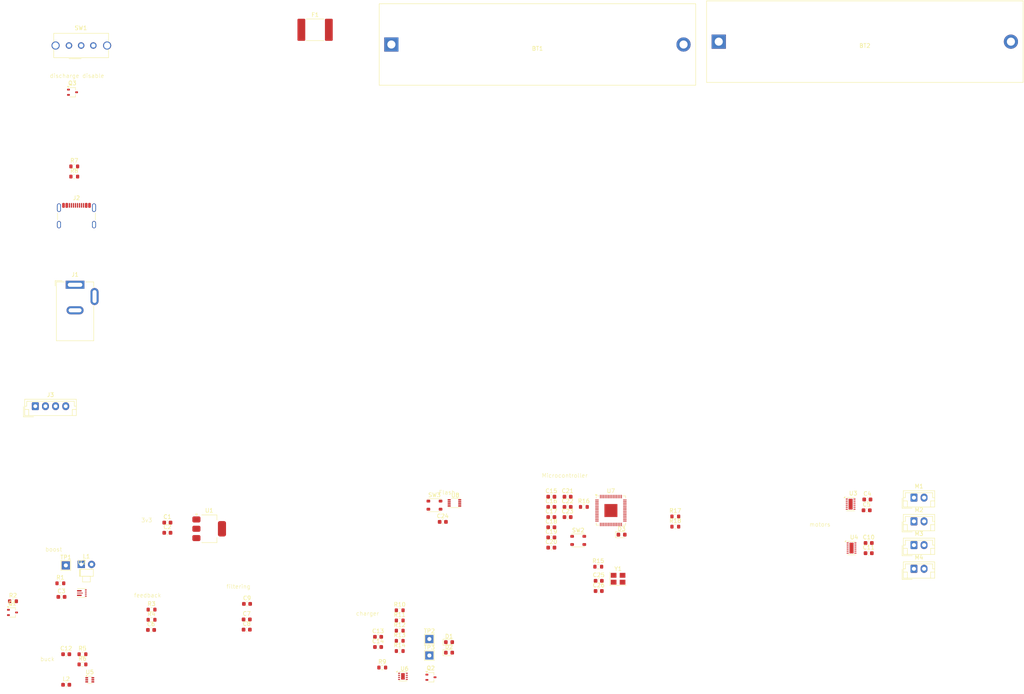
<source format=kicad_pcb>
(kicad_pcb (version 20240108) (generator "pcbnew") (generator_version "8.0")
  (layers (0 "F.Cu" signal) (31 "B.Cu" signal) (34 "B.Paste" user) (35 "F.Paste" user) (36 "B.SilkS" user "B.Silkscreen") (37 "F.SilkS" user "F.Silkscreen") (38 "B.Mask" user) (39 "F.Mask" user) (44 "Edge.Cuts" user))
  (net 0 "")
  (net 1 "Net-(BT1-+)")
  (net 2 "GND")
  (net 3 "+5V")
  (net 4 "+3V3")
  (net 5 "VBAT")
  (net 6 "/vreg_feedback")
  (net 7 "VIN")
  (net 8 "+1V1")
  (net 9 "/Microcontroller/XIN")
  (net 10 "/Microcontroller/XR")
  (net 11 "/CHG_STAT")
  (net 12 "Net-(D1-A)")
  (net 13 "/CHG_PG")
  (net 14 "Net-(D2-A)")
  (net 15 "Net-(D3-A)")
  (net 19 "USB_D+")
  (net 22 "USB_D-")
  (net 25 "Net-(J2-CC2)")
  (net 26 "Net-(J2-CC1)")
  (net 28 "Net-(U2-SW)")
  (net 29 "Net-(U5-SW)")
  (net 30 "Net-(M1-+)")
  (net 31 "Net-(M1--)")
  (net 32 "Net-(M2-+)")
  (net 33 "Net-(M2--)")
  (net 34 "Net-(M3-+)")
  (net 35 "Net-(M3--)")
  (net 36 "Net-(M4-+)")
  (net 37 "Net-(M4--)")
  (net 38 "Net-(Q1-G)")
  (net 39 "PWR_BATT")
  (net 40 "Net-(Q2-G)")
  (net 41 "/CHG_DISABLE")
  (net 42 "/DISCH_DISABLE")
  (net 43 "Net-(U5-EN)")
  (net 44 "Net-(U6-VSET)")
  (net 45 "Net-(U6-ISET)")
  (net 46 "/Microcontroller/XOUT")
  (net 47 "Net-(U7-GPIO25)")
  (net 48 "Net-(U7-GPIO26_ADC0)")
  (net 49 "MOTB_DIR")
  (net 50 "MOTA_DIR")
  (net 51 "MOTA_PWM")
  (net 52 "MOTB_PWM")
  (net 53 "MOTD_DIR")
  (net 54 "MOTC_PWM")
  (net 55 "MOTC_DIR")
  (net 56 "MOTD_PWM")
  (net 58 "/Microcontroller/QSPI_SCLK")
  (net 59 "Net-(SW2-A)")
  (net 60 "/Microcontroller/QSPI_SD0")
  (net 67 "/Microcontroller/CHG_PG")
  (net 72 "/Microcontroller/QSPI_SD3")
  (net 73 "/Microcontroller/QSPI_CS")
  (net 76 "/Microcontroller/CHG_STAT")
  (net 80 "/Microcontroller/QSPI_SD2")
  (net 82 "/Microcontroller/QSPI_SD1")
  (footprint "Resistor_SMD:R_0603_1608Metric" (layer "F.Cu") (at 113.25 168.885)
    (property "Reference" "R10" (at 0 -1.43 0) (layer "F.SilkS"))
    (property "Value" "10k")
    (pad "1" smd roundrect (at -0.825 0) (size 0.8 0.95) (layers "F.Cu" "F.Paste" "F.Mask") (net 12 "Net-(D1-A)"))
    (pad "2" smd roundrect (at 0.825 0) (size 0.8 0.95) (layers "F.Cu" "F.Paste" "F.Mask") (net 5 "VBAT"))
  )
  (footprint "Capacitor_SMD:C_0603_1608Metric" (layer "F.Cu") (at 150.6175 153.425)
    (property "Reference" "C20" (at 0 -1.43 0) (layer "F.SilkS"))
    (property "Value" "0.1u")
    (pad "1" smd roundrect (at -0.775 0) (size 0.9 0.95) (layers "F.Cu" "F.Paste" "F.Mask") (net 4 "+3V3"))
    (pad "2" smd roundrect (at 0.775 0) (size 0.9 0.95) (layers "F.Cu" "F.Paste" "F.Mask") (net 2 "GND"))
  )
  (footprint "Resistor_SMD:R_0603_1608Metric" (layer "F.Cu") (at 52.095 171.22)
    (property "Reference" "R4" (at 0 -1.43 0) (layer "F.SilkS"))
    (property "Value" "100k")
    (pad "1" smd roundrect (at -0.825 0) (size 0.8 0.95) (layers "F.Cu" "F.Paste" "F.Mask") (net 6 "/vreg_feedback"))
    (pad "2" smd roundrect (at 0.825 0) (size 0.8 0.95) (layers "F.Cu" "F.Paste" "F.Mask") (net 2 "GND"))
  )
  (footprint "Capacitor_SMD:C_0603_1608Metric" (layer "F.Cu") (at 150.6175 143.385)
    (property "Reference" "C16" (at 0 -1.43 0) (layer "F.SilkS"))
    (property "Value" "0.1u")
    (pad "1" smd roundrect (at -0.775 0) (size 0.9 0.95) (layers "F.Cu" "F.Paste" "F.Mask") (net 8 "+1V1"))
    (pad "2" smd roundrect (at 0.775 0) (size 0.9 0.95) (layers "F.Cu" "F.Paste" "F.Mask") (net 2 "GND"))
  )
  (footprint "Connector_JST:JST_EH_B2B-EH-A_1x02_P2.50mm_Vertical" (layer "F.Cu") (at 239.975 158.65)
    (property "Reference" "M4" (at 1.25 -2.8 0) (layer "F.SilkS"))
    (property "Value" "Motor_DC")
    (pad "1" thru_hole roundrect (at 0 0) (size 1.7 2) (drill 1) (layers "*.Cu" "*.Mask") (roundrect_rratio 0.147059) (net 36 "Net-(M4-+)"))
    (pad "2" thru_hole oval (at 2.5 0) (size 1.7 2) (drill 1) (layers "*.Cu" "*.Mask") (net 37 "Net-(M4--)"))
  )
  (footprint "Package_SON:WSON-12-1EP_3x2mm_P0.5mm_EP1x2.65" (layer "F.Cu") (at 224.6 153.525)
    (property "Reference" "U4" (at 0.635 -2.667 0) (layer "F.SilkS"))
    (property "Value" "DRV8835")
    (pad "1" smd roundrect (at -0.95 -1.25) (size 0.5 0.25) (layers "F.Cu" "F.Paste" "F.Mask") (net 3 "+5V"))
    (pad "2" smd roundrect (at -0.95 -0.75) (size 0.5 0.25) (layers "F.Cu" "F.Paste" "F.Mask") (net 34 "Net-(M3-+)"))
    (pad "3" smd roundrect (at -0.95 -0.25) (size 0.5 0.25) (layers "F.Cu" "F.Paste" "F.Mask") (net 35 "Net-(M3--)"))
    (pad "4" smd roundrect (at -0.95 0.25) (size 0.5 0.25) (layers "F.Cu" "F.Paste" "F.Mask") (net 36 "Net-(M4-+)"))
    (pad "5" smd roundrect (at -0.95 0.75) (size 0.5 0.25) (layers "F.Cu" "F.Paste" "F.Mask") (net 37 "Net-(M4--)"))
    (pad "6" smd roundrect (at -0.95 1.25) (size 0.5 0.25) (layers "F.Cu" "F.Paste" "F.Mask") (net 2 "GND"))
    (pad "7" smd roundrect (at 0.95 1.25) (size 0.5 0.25) (layers "F.Cu" "F.Paste" "F.Mask") (net 56 "MOTD_PWM"))
    (pad "8" smd roundrect (at 0.95 0.75) (size 0.5 0.25) (layers "F.Cu" "F.Paste" "F.Mask") (net 53 "MOTD_DIR"))
    (pad "9" smd roundrect (at 0.95 0.25) (size 0.5 0.25) (layers "F.Cu" "F.Paste" "F.Mask") (net 54 "MOTC_PWM"))
    (pad "10" smd roundrect (at 0.95 -0.25) (size 0.5 0.25) (layers "F.Cu" "F.Paste" "F.Mask") (net 55 "MOTC_DIR"))
    (pad "11" smd roundrect (at 0.95 -0.75) (size 0.5 0.25) (layers "F.Cu" "F.Paste" "F.Mask") (net 4 "+3V3"))
    (pad "12" smd roundrect (at 0.95 -1.25) (size 0.5 0.25) (layers "F.Cu" "F.Paste" "F.Mask") (net 4 "+3V3"))
    (pad "13" smd rect (at 0 0) (size 1 2.65) (layers "F.Cu" "F.Mask"))
  )
  (footprint "Package_SON:WSON-12-1EP_3x2mm_P0.5mm_EP1x2.65" (layer "F.Cu") (at 224.375 142.7)
    (property "Reference" "U3" (at 0.635 -2.667 0) (layer "F.SilkS"))
    (property "Value" "DRV8835")
    (pad "1" smd roundrect (at -0.95 -1.25) (size 0.5 0.25) (layers "F.Cu" "F.Paste" "F.Mask") (net 3 "+5V"))
    (pad "2" smd roundrect (at -0.95 -0.75) (size 0.5 0.25) (layers "F.Cu" "F.Paste" "F.Mask") (net 30 "Net-(M1-+)"))
    (pad "3" smd roundrect (at -0.95 -0.25) (size 0.5 0.25) (layers "F.Cu" "F.Paste" "F.Mask") (net 31 "Net-(M1--)"))
    (pad "4" smd roundrect (at -0.95 0.25) (size 0.5 0.25) (layers "F.Cu" "F.Paste" "F.Mask") (net 32 "Net-(M2-+)"))
    (pad "5" smd roundrect (at -0.95 0.75) (size 0.5 0.25) (layers "F.Cu" "F.Paste" "F.Mask") (net 33 "Net-(M2--)"))
    (pad "6" smd roundrect (at -0.95 1.25) (size 0.5 0.25) (layers "F.Cu" "F.Paste" "F.Mask") (net 2 "GND"))
    (pad "7" smd roundrect (at 0.95 1.25) (size 0.5 0.25) (layers "F.Cu" "F.Paste" "F.Mask") (net 52 "MOTB_PWM"))
    (pad "8" smd roundrect (at 0.95 0.75) (size 0.5 0.25) (layers "F.Cu" "F.Paste" "F.Mask") (net 49 "MOTB_DIR"))
    (pad "9" smd roundrect (at 0.95 0.25) (size 0.5 0.25) (layers "F.Cu" "F.Paste" "F.Mask") (net 51 "MOTA_PWM"))
    (pad "10" smd roundrect (at 0.95 -0.25) (size 0.5 0.25) (layers "F.Cu" "F.Paste" "F.Mask") (net 50 "MOTA_DIR"))
    (pad "11" smd roundrect (at 0.95 -0.75) (size 0.5 0.25) (layers "F.Cu" "F.Paste" "F.Mask") (net 4 "+3V3"))
    (pad "12" smd roundrect (at 0.95 -1.25) (size 0.5 0.25) (layers "F.Cu" "F.Paste" "F.Mask") (net 4 "+3V3"))
    (pad "13" smd rect (at 0 0) (size 1 2.65) (layers "F.Cu" "F.Mask"))
  )
  (footprint "Crystal:Crystal_SMD_3225-4Pin_3.2x2.5mm" (layer "F.Cu") (at 167.0675 161.1)
    (property "Reference" "Y1" (at 0 -2.45 0) (layer "F.SilkS"))
    (property "Value" "12MHz")
    (pad "1" smd rect (at -1.1 0.85) (size 1.4 1.2) (layers "F.Cu" "F.Paste" "F.Mask") (net 9 "/Microcontroller/XIN"))
    (pad "2" smd rect (at 1.1 0.85) (size 1.4 1.2) (layers "F.Cu" "F.Paste" "F.Mask") (net 2 "GND"))
    (pad "3" smd rect (at 1.1 -0.85) (size 1.4 1.2) (layers "F.Cu" "F.Paste" "F.Mask") (net 10 "/Microcontroller/XR"))
    (pad "4" smd rect (at -1.1 -0.85) (size 1.4 1.2) (layers "F.Cu" "F.Paste" "F.Mask") (net 2 "GND"))
  )
  (footprint "Resistor_SMD:R_0603_1608Metric" (layer "F.Cu") (at 35.075 182.225)
    (property "Reference" "R6" (at 0 -1.43 0) (layer "F.SilkS"))
    (property "Value" "10k")
    (pad "1" smd roundrect (at -0.825 0) (size 0.8 0.95) (layers "F.Cu" "F.Paste" "F.Mask") (net 43 "Net-(U5-EN)"))
    (pad "2" smd roundrect (at 0.825 0) (size 0.8 0.95) (layers "F.Cu" "F.Paste" "F.Mask") (net 2 "GND"))
  )
  (footprint "Capacitor_SMD:C_0603_1608Metric" (layer "F.Cu") (at 154.6275 140.875)
    (property "Reference" "C21" (at 0 -1.43 0) (layer "F.SilkS"))
    (property "Value" "0.1u")
    (pad "1" smd roundrect (at -0.775 0) (size 0.9 0.95) (layers "F.Cu" "F.Paste" "F.Mask") (net 4 "+3V3"))
    (pad "2" smd roundrect (at 0.775 0) (size 0.9 0.95) (layers "F.Cu" "F.Paste" "F.Mask") (net 2 "GND"))
  )
  (footprint "Capacitor_SMD:C_0603_1608Metric" (layer "F.Cu") (at 150.6175 148.405)
    (property "Reference" "C18" (at 0 -1.43 0) (layer "F.SilkS"))
    (property "Value" "0.1u")
    (pad "1" smd roundrect (at -0.775 0) (size 0.9 0.95) (layers "F.Cu" "F.Paste" "F.Mask") (net 4 "+3V3"))
    (pad "2" smd roundrect (at 0.775 0) (size 0.9 0.95) (layers "F.Cu" "F.Paste" "F.Mask") (net 2 "GND"))
  )
  (footprint "Resistor_SMD:R_0603_1608Metric" (layer "F.Cu") (at 113.25 171.395)
    (property "Reference" "R11" (at 0 -1.43 0) (layer "F.SilkS"))
    (property "Value" "470")
    (pad "1" smd roundrect (at -0.825 0) (size 0.8 0.95) (layers "F.Cu" "F.Paste" "F.Mask") (net 45 "Net-(U6-ISET)"))
    (pad "2" smd roundrect (at 0.825 0) (size 0.8 0.95) (layers "F.Cu" "F.Paste" "F.Mask") (net 2 "GND"))
  )
  (footprint "Connector_JST:JST_EH_B2B-EH-A_1x02_P2.50mm_Vertical" (layer "F.Cu") (at 239.975 152.8)
    (property "Reference" "M3" (at 1.25 -2.8 0) (layer "F.SilkS"))
    (property "Value" "Motor_DC")
    (pad "1" thru_hole roundrect (at 0 0) (size 1.7 2) (drill 1) (layers "*.Cu" "*.Mask") (roundrect_rratio 0.147059) (net 34 "Net-(M3-+)"))
    (pad "2" thru_hole oval (at 2.5 0) (size 1.7 2) (drill 1) (layers "*.Cu" "*.Mask") (net 35 "Net-(M3--)"))
  )
  (footprint "Package_SON:WSON-8-1EP_2x2mm_P0.5mm_EP0.9x1.6mm" (layer "F.Cu") (at 114.05 185.175)
    (property "Reference" "U6" (at 0.38 -1.9 0) (layer "F.SilkS"))
    (property "Value" "BQ25170")
    (pad "1" smd roundrect (at -0.95 -0.75) (size 0.5 0.25) (layers "F.Cu" "F.Paste" "F.Mask") (net 3 "+5V"))
    (pad "2" smd roundrect (at -0.95 -0.25) (size 0.5 0.25) (layers "F.Cu" "F.Paste" "F.Mask") (net 45 "Net-(U6-ISET)"))
    (pad "3" smd roundrect (at -0.95 0.25) (size 0.5 0.25) (layers "F.Cu" "F.Paste" "F.Mask") (net 41 "/CHG_DISABLE"))
    (pad "4" smd roundrect (at -0.95 0.75) (size 0.5 0.25) (layers "F.Cu" "F.Paste" "F.Mask") (net 2 "GND"))
    (pad "5" smd roundrect (at 0.95 0.75) (size 0.5 0.25) (layers "F.Cu" "F.Paste" "F.Mask") (net 11 "/CHG_STAT"))
    (pad "6" smd roundrect (at 0.95 0.25) (size 0.5 0.25) (layers "F.Cu" "F.Paste" "F.Mask") (net 13 "/CHG_PG"))
    (pad "7" smd roundrect (at 0.95 -0.25) (size 0.5 0.25) (layers "F.Cu" "F.Paste" "F.Mask") (net 44 "Net-(U6-VSET)"))
    (pad "8" smd roundrect (at 0.95 -0.75) (size 0.5 0.25) (layers "F.Cu" "F.Paste" "F.Mask") (net 5 "VBAT"))
    (pad "9" smd rect (at 0 0) (size 0.9 1.6) (layers "F.Cu" "F.Mask") (net 2 "GND"))
  )
  (footprint "Package_TO_SOT_SMD:SOT-223-3_TabPin2" (layer "F.Cu") (at 66.3 148.775)
    (property "Reference" "U1" (at 0 -4.5 0) (layer "F.SilkS"))
    (property "Value" "AMS1117-3.3")
    (pad "1" smd roundrect (at -3.15 -2.3) (size 2 1.5) (layers "F.Cu" "F.Paste" "F.Mask") (net 2 "GND"))
    (pad "2" smd roundrect (at -3.15 0) (size 2 1.5) (layers "F.Cu" "F.Paste" "F.Mask") (net 4 "+3V3"))
    (pad "2" smd roundrect (at 3.15 0) (size 2 3.8) (layers "F.Cu" "F.Paste" "F.Mask") (net 4 "+3V3"))
    (pad "3" smd roundrect (at -3.15 2.3) (size 2 1.5) (layers "F.Cu" "F.Paste" "F.Mask") (net 3 "+5V"))
  )
  (footprint "Capacitor_SMD:C_0603_1608Metric" (layer "F.Cu") (at 75.625 167.3)
    (property "Reference" "C9" (at 0 -1.43 0) (layer "F.SilkS"))
    (property "Value" "22u")
    (pad "1" smd roundrect (at -0.775 0) (size 0.9 0.95) (layers "F.Cu" "F.Paste" "F.Mask") (net 3 "+5V"))
    (pad "2" smd roundrect (at 0.775 0) (size 0.9 0.95) (layers "F.Cu" "F.Paste" "F.Mask") (net 2 "GND"))
  )
  (footprint "Capacitor_SMD:C_0603_1608Metric" (layer "F.Cu") (at 75.55 171.14)
    (property "Reference" "C7" (at 0 -1.43 0) (layer "F.SilkS"))
    (property "Value" "22u")
    (pad "1" smd roundrect (at -0.775 0) (size 0.9 0.95) (layers "F.Cu" "F.Paste" "F.Mask") (net 3 "+5V"))
    (pad "2" smd roundrect (at 0.775 0) (size 0.9 0.95) (layers "F.Cu" "F.Paste" "F.Mask") (net 2 "GND"))
  )
  (footprint "Resistor_SMD:R_0603_1608Metric" (layer "F.Cu") (at 35.075 179.715)
    (property "Reference" "R5" (at 0 -1.43 0) (layer "F.SilkS"))
    (property "Value" "33k")
    (pad "1" smd roundrect (at -0.825 0) (size 0.8 0.95) (layers "F.Cu" "F.Paste" "F.Mask") (net 7 "VIN"))
    (pad "2" smd roundrect (at 0.825 0) (size 0.8 0.95) (layers "F.Cu" "F.Paste" "F.Mask") (net 43 "Net-(U5-EN)"))
  )
  (footprint "Connector_JST:JST_EH_B2B-EH-A_1x02_P2.50mm_Vertical" (layer "F.Cu") (at 239.975 146.95)
    (property "Reference" "M2" (at 1.25 -2.8 0) (layer "F.SilkS"))
    (property "Value" "Motor_DC")
    (pad "1" thru_hole roundrect (at 0 0) (size 1.7 2) (drill 1) (layers "*.Cu" "*.Mask") (roundrect_rratio 0.147059) (net 32 "Net-(M2-+)"))
    (pad "2" thru_hole oval (at 2.5 0) (size 1.7 2) (drill 1) (layers "*.Cu" "*.Mask") (net 33 "Net-(M2--)"))
  )
  (footprint "Resistor_SMD:R_0603_1608Metric" (layer "F.Cu") (at 113.25 178.925)
    (property "Reference" "R14" (at 0 -1.43 0) (layer "F.SilkS"))
    (property "Value" "10k")
    (pad "1" smd roundrect (at -0.825 0) (size 0.8 0.95) (layers "F.Cu" "F.Paste" "F.Mask") (net 41 "/CHG_DISABLE"))
    (pad "2" smd roundrect (at 0.825 0) (size 0.8 0.95) (layers "F.Cu" "F.Paste" "F.Mask") (net 2 "GND"))
  )
  (footprint "Capacitor_SMD:C_0603_1608Metric" (layer "F.Cu") (at 51.975 173.725)
    (property "Reference" "C6" (at 0 -1.43 0) (layer "F.SilkS"))
    (property "Value" "0.1u")
    (pad "1" smd roundrect (at -0.775 0) (size 0.9 0.95) (layers "F.Cu" "F.Paste" "F.Mask") (net 3 "+5V"))
    (pad "2" smd roundrect (at 0.775 0) (size 0.9 0.95) (layers "F.Cu" "F.Paste" "F.Mask") (net 6 "/vreg_feedback"))
  )
  (footprint "Resistor_SMD:R_0603_1608Metric" (layer "F.Cu") (at 17.95 166.65)
    (property "Reference" "R2" (at 0 -1.43 0) (layer "F.SilkS"))
    (property "Value" "1k")
    (pad "1" smd roundrect (at -0.825 0) (size 0.8 0.95) (layers "F.Cu" "F.Paste" "F.Mask") (net 38 "Net-(Q1-G)"))
    (pad "2" smd roundrect (at 0.825 0) (size 0.8 0.95) (layers "F.Cu" "F.Paste" "F.Mask") (net 7 "VIN"))
  )
  (footprint "Capacitor_SMD:C_0603_1608Metric" (layer "F.Cu") (at 150.6175 150.915)
    (property "Reference" "C19" (at 0 -1.43 0) (layer "F.SilkS"))
    (property "Value" "0.1u")
    (pad "1" smd roundrect (at -0.775 0) (size 0.9 0.95) (layers "F.Cu" "F.Paste" "F.Mask") (net 4 "+3V3"))
    (pad "2" smd roundrect (at 0.775 0) (size 0.9 0.95) (layers "F.Cu" "F.Paste" "F.Mask") (net 2 "GND"))
  )
  (footprint "Resistor_SMD:R_0603_1608Metric" (layer "F.Cu") (at 181.1675 148.25)
    (property "Reference" "R18" (at 0 -1.43 0) (layer "F.SilkS"))
    (property "Value" "10k")
    (pad "1" smd roundrect (at -0.825 0) (size 0.8 0.95) (layers "F.Cu" "F.Paste" "F.Mask") (net 48 "Net-(U7-GPIO26_ADC0)"))
    (pad "2" smd roundrect (at 0.825 0) (size 0.8 0.95) (layers "F.Cu" "F.Paste" "F.Mask") (net 2 "GND"))
  )
  (footprint "Resistor_SMD:R_0603_1608Metric" (layer "F.Cu") (at 52.095 168.71)
    (property "Reference" "R3" (at 0 -1.43 0) (layer "F.SilkS"))
    (property "Value" "732k")
    (pad "1" smd roundrect (at -0.825 0) (size 0.8 0.95) (layers "F.Cu" "F.Paste" "F.Mask") (net 3 "+5V"))
    (pad "2" smd roundrect (at 0.825 0) (size 0.8 0.95) (layers "F.Cu" "F.Paste" "F.Mask") (net 6 "/vreg_feedback"))
  )
  (footprint "LED_SMD:LED_0603_1608Metric" (layer "F.Cu") (at 125.4125 176.735)
    (property "Reference" "D1" (at 0 -1.43 0) (layer "F.SilkS"))
    (property "Value" "LED")
    (pad "1" smd roundrect (at -0.7875 0) (size 0.875 0.95) (layers "F.Cu" "F.Paste" "F.Mask") (net 11 "/CHG_STAT"))
    (pad "2" smd roundrect (at 0.7875 0) (size 0.875 0.95) (layers "F.Cu" "F.Paste" "F.Mask") (net 12 "Net-(D1-A)"))
  )
  (footprint "Capacitor_SMD:C_0603_1608Metric" (layer "F.Cu") (at 228.325 144.225)
    (property "Reference" "C5" (at 0 -1.43 0) (layer "F.SilkS"))
    (property "Value" "0.1u")
    (pad "1" smd roundrect (at -0.775 0) (size 0.9 0.95) (layers "F.Cu" "F.Paste" "F.Mask") (net 4 "+3V3"))
    (pad "2" smd roundrect (at 0.775 0) (size 0.9 0.95) (layers "F.Cu" "F.Paste" "F.Mask") (net 2 "GND"))
  )
  (footprint "lib:SW_SPDT" (layer "F.Cu") (at 34.75 29.6)
    (property "Reference" "SW1" (at -0.075 -4.325 0) (layer "F.SilkS"))
    (property "Value" "SW_SPDT")
    (pad "1" thru_hole circle (at -3 0) (size 1.6 1.6) (drill 1) (layers "*.Cu" "*.Mask") (net 5 "VBAT"))
    (pad "2" thru_hole circle (at 0 0) (size 1.6 1.6) (drill 1) (layers "*.Cu" "*.Mask") (net 42 "/DISCH_DISABLE"))
    (pad "3" thru_hole circle (at 3 0) (size 1.6 1.6) (drill 1) (layers "*.Cu" "*.Mask") (net 2 "GND"))
    (pad "M" thru_hole circle (at -6.3 0) (size 2 2) (drill 1.5) (layers "*.Cu" "*.Mask") (net 2 "GND"))
    (pad "M" thru_hole circle (at 6.4 0) (size 2 2) (drill 1.5) (layers "*.Cu" "*.Mask") (net 2 "GND"))
  )
  (footprint "Resistor_SMD:R_0603_1608Metric" (layer "F.Cu") (at 108.95 183)
    (property "Reference" "R9" (at 0 -1.43 0) (layer "F.SilkS"))
    (property "Value" "62k")
    (pad "1" smd roundrect (at -0.825 0) (size 0.8 0.95) (layers "F.Cu" "F.Paste" "F.Mask") (net 2 "GND"))
    (pad "2" smd roundrect (at 0.825 0) (size 0.8 0.95) (layers "F.Cu" "F.Paste" "F.Mask") (net 44 "Net-(U6-VSET)"))
  )
  (footprint "Connector_USB:USB_C_Receptacle_GCT_USB4105-xx-A_16P_TopMnt_Horizontal" (layer "F.Cu") (at 33.6 72.7)
    (property "Reference" "J2" (at 0 -5.5 0) (layer "F.SilkS"))
    (property "Value" "USB_C_Receptacle_USB2.0_14P")
    (pad "" np_thru_hole circle (at -2.89 -2.605) (size 0.65 0.65) (drill 0.65) (layers "F&B.Cu" "*.Mask"))
    (pad "" np_thru_hole circle (at 2.89 -2.605) (size 0.65 0.65) (drill 0.65) (layers "F&B.Cu" "*.Mask"))
    (pad "A1" smd roundrect (at -3.2 -3.68) (size 0.6 1.15) (layers "F.Cu" "F.Paste" "F.Mask") (net 2 "GND"))
    (pad "A4" smd roundrect (at -2.4 -3.68) (size 0.6 1.15) (layers "F.Cu" "F.Paste" "F.Mask"))
    (pad "A5" smd roundrect (at -1.25 -3.68) (size 0.3 1.15) (layers "F.Cu" "F.Paste" "F.Mask") (net 26 "Net-(J2-CC1)"))
    (pad "A6" smd roundrect (at -0.25 -3.68) (size 0.3 1.15) (layers "F.Cu" "F.Paste" "F.Mask") (net 19 "USB_D+"))
    (pad "A7" smd roundrect (at 0.25 -3.68) (size 0.3 1.15) (layers "F.Cu" "F.Paste" "F.Mask") (net 22 "USB_D-"))
    (pad "A8" smd roundrect (at 1.25 -3.68) (size 0.3 1.15) (layers "F.Cu" "F.Paste" "F.Mask"))
    (pad "A9" smd roundrect (at 2.4 -3.68) (size 0.6 1.15) (layers "F.Cu" "F.Paste" "F.Mask"))
    (pad "A12" smd roundrect (at 3.2 -3.68) (size 0.6 1.15) (layers "F.Cu" "F.Paste" "F.Mask") (net 2 "GND"))
    (pad "B1" smd roundrect (at 3.2 -3.68) (size 0.6 1.15) (layers "F.Cu" "F.Paste" "F.Mask") (net 2 "GND"))
    (pad "B4" smd roundrect (at 2.4 -3.68) (size 0.6 1.15) (layers "F.Cu" "F.Paste" "F.Mask"))
    (pad "B5" smd roundrect (at 1.75 -3.68) (size 0.3 1.15) (layers "F.Cu" "F.Paste" "F.Mask") (net 25 "Net-(J2-CC2)"))
    (pad "B6" smd roundrect (at 0.75 -3.68) (size 0.3 1.15) (layers "F.Cu" "F.Paste" "F.Mask") (net 19 "USB_D+"))
    (pad "B7" smd roundrect (at -0.75 -3.68) (size 0.3 1.15) (layers "F.Cu" "F.Paste" "F.Mask") (net 22 "USB_D-"))
    (pad "B8" smd roundrect (at -1.75 -3.68) (size 0.3 1.15) (layers "F.Cu" "F.Paste" "F.Mask"))
    (pad "B9" smd roundrect (at -2.4 -3.68) (size 0.6 1.15) (layers "F.Cu" "F.Paste" "F.Mask"))
    (pad "B12" smd roundrect (at -3.2 -3.68) (size 0.6 1.15) (layers "F.Cu" "F.Paste" "F.Mask") (net 2 "GND"))
    (pad "S1" thru_hole oval (at -4.32 -3.105) (size 1 2.1) (drill oval 0.6 1.7) (layers "*.Cu" "*.Mask" "F.Paste"))
    (pad "S1" thru_hole oval (at -4.32 1.075) (size 1 1.8) (drill oval 0.6 1.4) (layers "*.Cu" "*.Mask" "F.Paste"))
    (pad "S1" thru_hole oval (at 4.32 -3.105) (size 1 2.1) (drill oval 0.6 1.7) (layers "*.Cu" "*.Mask" "F.Paste"))
    (pad "S1" thru_hole oval (at 4.32 1.075) (size 1 1.8) (drill oval 0.6 1.4) (layers "*.Cu" "*.Mask" "F.Paste"))
  )
  (footprint "lib:8-UFDFN" (layer "F.Cu") (at 126.7425 142.4)
    (property "Reference" "U8" (at 0.2 -1.9 0) (layer "F.SilkS"))
    (property "Value" "W25Q16JVUXIQ TR")
    (pad "1" smd roundrect (at -1.3 -0.75) (size 0.75 0.35) (layers "F.Cu" "F.Paste" "F.Mask") (roundrect_rratio 0.2) (net 73 "/Microcontroller/QSPI_CS"))
    (pad "2" smd roundrect (at -1.3 -0.25) (size 0.75 0.35) (layers "F.Cu" "F.Paste" "F.Mask") (roundrect_rratio 0.2) (net 82 "/Microcontroller/QSPI_SD1"))
    (pad "3" smd roundrect (at -1.3 0.25) (size 0.75 0.35) (layers "F.Cu" "F.Paste" "F.Mask") (roundrect_rratio 0.2) (net 80 "/Microcontroller/QSPI_SD2"))
    (pad "4" smd roundrect (at -1.3 0.75) (size 0.75 0.35) (layers "F.Cu" "F.Paste" "F.Mask") (roundrect_rratio 0.2) (net 2 "GND"))
    (pad "5" smd roundrect (at 1.3 0.75) (size 0.75 0.35) (layers "F.Cu" "F.Paste" "F.Mask") (roundrect_rratio 0.2) (net 60 "/Microcontroller/QSPI_SD0"))
    (pad "6" smd roundrect (at 1.3 0.25) (size 0.75 0.35) (layers "F.Cu" "F.Paste" "F.Mask") (roundrect_rratio 0.2) (net 58 "/Microcontroller/QSPI_SCLK"))
    (pad "7" smd roundrect (at 1.3 -0.25) (size 0.75 0.35) (layers "F.Cu" "F.Paste" "F.Mask") (roundrect_rratio 0.2) (net 72 "/Microcontroller/QSPI_SD3"))
    (pad "8" smd roundrect (at 1.3 -0.75) (size 0.75 0.35) (layers "F.Cu" "F.Paste" "F.Mask") (roundrect_rratio 0.2) (net 4 "+3V3"))
  )
  (footprint "TestPoint:TestPoint_THTPad_2.0x2.0mm_Drill1.0mm" (layer "F.Cu") (at 120.56 180.025)
    (property "Reference" "TP3" (at 0 -1.998 0) (layer "F.SilkS"))
    (property "Value" "TestPoint_Small")
    (pad "1" thru_hole rect (at 0 0) (size 2 2) (drill 1) (layers "*.Cu" "*.Mask") (net 13 "/CHG_PG"))
  )
  (footprint "Resistor_SMD:R_0603_1608Metric" (layer "F.Cu") (at 158.6375 143.385)
    (property "Reference" "R16" (at 0 -1.43 0) (layer "F.SilkS"))
    (property "Value" "4k7")
    (pad "1" smd roundrect (at -0.825 0) (size 0.8 0.95) (layers "F.Cu" "F.Paste" "F.Mask") (net 15 "Net-(D3-A)"))
    (pad "2" smd roundrect (at 0.825 0) (size 0.8 0.95) (layers "F.Cu" "F.Paste" "F.Mask") (net 47 "Net-(U7-GPIO25)"))
  )
  (footprint "Resistor_SMD:R_0603_1608Metric" (layer "F.Cu") (at 29.625 162.225)
    (property "Reference" "R1" (at 0 -1.43 0) (layer "F.SilkS"))
    (property "Value" "10k")
    (pad "1" smd roundrect (at -0.825 0) (size 0.8 0.95) (layers "F.Cu" "F.Paste" "F.Mask") (net 5 "VBAT"))
    (pad "2" smd roundrect (at 0.825 0) (size 0.8 0.95) (layers "F.Cu" "F.Paste" "F.Mask") (net 39 "PWR_BATT"))
  )
  (footprint "lib:SW_SPST_3.3x3.1" (layer "F.Cu") (at 157.2425 151.65)
    (property "Reference" "SW2" (at 0 -2.5 0) (layer "F.SilkS"))
    (property "Value" "SW_SPST")
    (pad "1" smd roundrect (at -1.5 1) (size 0.9 0.7) (layers "F.Cu" "F.Paste" "F.Mask") (net 59 "Net-(SW2-A)"))
    (pad "1" smd roundrect (at 1.5 1) (size 0.9 0.7) (layers "F.Cu" "F.Paste" "F.Mask") (net 59 "Net-(SW2-A)"))
    (pad "2" smd roundrect (at -1.5 -1) (size 0.9 0.7) (layers "F.Cu" "F.Paste" "F.Mask") (net 2 "GND"))
    (pad "2" smd roundrect (at 1.5 -1) (size 0.9 0.7) (layers "F.Cu" "F.Paste" "F.Mask") (net 2 "GND"))
  )
  (footprint "LED_SMD:LED_0603_1608Metric" (layer "F.Cu") (at 167.9375 150.225)
    (property "Reference" "D3" (at 0 -1.43 0) (layer "F.SilkS"))
    (property "Value" "LED_GREEN")
    (pad "1" smd roundrect (at -0.7875 0) (size 0.875 0.95) (layers "F.Cu" "F.Paste" "F.Mask") (net 2 "GND"))
    (pad "2" smd roundrect (at 0.7875 0) (size 0.875 0.95) (layers "F.Cu" "F.Paste" "F.Mask") (net 15 "Net-(D3-A)"))
  )
  (footprint "Capacitor_SMD:C_0603_1608Metric" (layer "F.Cu") (at 31.065 187.245)
    (property "Reference" "L2" (at 0 -1.43 0) (layer "F.SilkS"))
    (property "Value" "2.2u")
    (pad "1" smd roundrect (at -0.775 0) (size 0.9 0.95) (layers "F.Cu" "F.Paste" "F.Mask") (net 29 "Net-(U5-SW)"))
    (pad "2" smd roundrect (at 0.775 0) (size 0.9 0.95) (layers "F.Cu" "F.Paste" "F.Mask") (net 3 "+5V"))
  )
  (footprint "Capacitor_SMD:C_0603_1608Metric" (layer "F.Cu") (at 228.5 141.55)
    (property "Reference" "C4" (at 0 -1.43 0) (layer "F.SilkS"))
    (property "Value" "10u")
    (pad "1" smd roundrect (at -0.775 0) (size 0.9 0.95) (layers "F.Cu" "F.Paste" "F.Mask") (net 3 "+5V"))
    (pad "2" smd roundrect (at 0.775 0) (size 0.9 0.95) (layers "F.Cu" "F.Paste" "F.Mask") (net 2 "GND"))
  )
  (footprint "Capacitor_SMD:C_0603_1608Metric" (layer "F.Cu") (at 150.6175 140.875)
    (property "Reference" "C15" (at 0 -1.43 0) (layer "F.SilkS"))
    (property "Value" "0.1u")
    (pad "1" smd roundrect (at -0.775 0) (size 0.9 0.95) (layers "F.Cu" "F.Paste" "F.Mask") (net 8 "+1V1"))
    (pad "2" smd roundrect (at 0.775 0) (size 0.9 0.95) (layers "F.Cu" "F.Paste" "F.Mask") (net 2 "GND"))
  )
  (footprint "LED_THT:LED_D1.8mm_W1.8mm_H2.4mm_Horizontal_O1.27mm_Z1.6mm" (layer "F.Cu") (at 34.775 157.56)
    (property "Reference" "L1" (at 1.27 -1.96 0) (layer "F.SilkS"))
    (property "Value" "750n")
    (pad "1" thru_hole rect (at 0 0) (size 1.8 1.8) (drill 0.9) (layers "*.Cu" "*.Mask") (net 5 "VBAT"))
    (pad "2" thru_hole circle (at 2.54 0) (size 1.8 1.8) (drill 0.9) (layers "*.Cu" "*.Mask") (net 28 "Net-(U2-SW)"))
  )
  (footprint "Battery:BatteryHolder_MPD_BH-18650-PC2" (layer "F.Cu") (at 111.2 29.35)
    (property "Reference" "BT1" (at 36 1 0) (layer "F.SilkS"))
    (property "Value" "Na-Ion")
    (pad "" np_thru_hole circle (at 8.645 0) (size 3.2 3.2) (drill 3.2) (layers "*.Cu" "*.Mask"))
    (pad "" np_thru_hole circle (at 64.255 0) (size 3.2 3.2) (drill 3.2) (layers "*.Cu" "*.Mask"))
    (pad "1" thru_hole rect (at 0 0) (size 3.5 3.5) (drill 2) (layers "*.Cu" "*.Mask") (net 1 "Net-(BT1-+)"))
    (pad "2" thru_hole circle (at 72 0) (size 3.5 3.5) (drill 2) (layers "*.Cu" "*.Mask") (net 2 "GND"))
  )
  (footprint "Capacitor_SMD:C_0603_1608Metric" (layer "F.Cu") (at 228.825 152.29)
    (property "Reference" "C10" (at 0 -1.43 0) (layer "F.SilkS"))
    (property "Value" "10u")
    (pad "1" smd roundrect (at -0.775 0) (size 0.9 0.95) (layers "F.Cu" "F.Paste" "F.Mask") (net 3 "+5V"))
    (pad "2" smd roundrect (at 0.775 0) (size 0.9 0.95) (layers "F.Cu" "F.Paste" "F.Mask") (net 2 "GND"))
  )
  (footprint "Package_DFN_QFN:QFN-56-1EP_7x7mm_P0.4mm_EP3.2x3.2mm" (layer "F.Cu") (at 165.2975 144.275)
    (property "Reference" "U7" (at 0 -4.83 0) (layer "F.SilkS"))
    (property "Value" "RP2040")
    (pad "1" smd roundrect (at -3.4375 -2.6) (size 0.875 0.2) (layers "F.Cu" "F.Paste" "F.Mask") (net 4 "+3V3"))
    (pad "2" smd roundrect (at -3.4375 -2.2) (size 0.875 0.2) (layers "F.Cu" "F.Paste" "F.Mask") (net 50 "MOTA_DIR"))
    (pad "3" smd roundrect (at -3.4375 -1.8) (size 0.875 0.2) (layers "F.Cu" "F.Paste" "F.Mask") (net 51 "MOTA_PWM"))
    (pad "4" smd roundrect (at -3.4375 -1.4) (size 0.875 0.2) (layers "F.Cu" "F.Paste" "F.Mask") (net 49 "MOTB_DIR"))
    (pad "5" smd roundrect (at -3.4375 -1) (size 0.875 0.2) (layers "F.Cu" "F.Paste" "F.Mask") (net 52 "MOTB_PWM"))
    (pad "6" smd roundrect (at -3.4375 -0.6) (size 0.875 0.2) (layers "F.Cu" "F.Paste" "F.Mask") (net 55 "MOTC_DIR"))
    (pad "7" smd roundrect (at -3.4375 -0.2) (size 0.875 0.2) (layers "F.Cu" "F.Paste" "F.Mask") (net 54 "MOTC_PWM"))
    (pad "8" smd roundrect (at -3.4375 0.2) (size 0.875 0.2) (layers "F.Cu" "F.Paste" "F.Mask") (net 53 "MOTD_DIR"))
    (pad "9" smd roundrect (at -3.4375 0.6) (size 0.875 0.2) (layers "F.Cu" "F.Paste" "F.Mask") (net 56 "MOTD_PWM"))
    (pad "10" smd roundrect (at -3.4375 1) (size 0.875 0.2) (layers "F.Cu" "F.Paste" "F.Mask") (net 4 "+3V3"))
    (pad "11" smd roundrect (at -3.4375 1.4) (size 0.875 0.2) (layers "F.Cu" "F.Paste" "F.Mask"))
    (pad "12" smd roundrect (at -3.4375 1.8) (size 0.875 0.2) (layers "F.Cu" "F.Paste" "F.Mask"))
    (pad "13" smd roundrect (at -3.4375 2.2) (size 0.875 0.2) (layers "F.Cu" "F.Paste" "F.Mask"))
    (pad "14" smd roundrect (at -3.4375 2.6) (size 0.875 0.2) (layers "F.Cu" "F.Paste" "F.Mask"))
    (pad "15" smd roundrect (at -2.6 3.4375) (size 0.2 0.875) (layers "F.Cu" "F.Paste" "F.Mask"))
    (pad "16" smd roundrect (at -2.2 3.4375) (size 0.2 0.875) (layers "F.Cu" "F.Paste" "F.Mask"))
    (pad "17" smd roundrect (at -1.8 3.4375) (size 0.2 0.875) (layers "F.Cu" "F.Paste" "F.Mask"))
    (pad "18" smd roundrect (at -1.4 3.4375) (size 0.2 0.875) (layers "F.Cu" "F.Paste" "F.Mask"))
    (pad "19" smd roundrect (at -1 3.4375) (size 0.2 0.875) (layers "F.Cu" "F.Paste" "F.Mask") (net 2 "GND"))
    (pad "20" smd roundrect (at -0.6 3.4375) (size 0.2 0.875) (layers "F.Cu" "F.Paste" "F.Mask") (net 9 "/Microcontroller/XIN"))
    (pad "21" smd roundrect (at -0.2 3.4375) (size 0.2 0.875) (layers "F.Cu" "F.Paste" "F.Mask") (net 46 "/Microcontroller/XOUT"))
    (pad "22" smd roundrect (at 0.2 3.4375) (size 0.2 0.875) (layers "F.Cu" "F.Paste" "F.Mask") (net 4 "+3V3"))
    (pad "23" smd roundrect (at 0.6 3.4375) (size 0.2 0.875) (layers "F.Cu" "F.Paste" "F.Mask") (net 8 "+1V1"))
    (pad "24" smd roundrect (at 1 3.4375) (size 0.2 0.875) (layers "F.Cu" "F.Paste" "F.Mask"))
    (pad "25" smd roundrect (at 1.4 3.4375) (size 0.2 0.875) (layers "F.Cu" "F.Paste" "F.Mask"))
    (pad "26" smd roundrect (at 1.8 3.4375) (size 0.2 0.875) (layers "F.Cu" "F.Paste" "F.Mask") (net 59 "Net-(SW2-A)"))
    (pad "27" smd roundrect (at 2.2 3.4375) (size 0.2 0.875) (layers "F.Cu" "F.Paste" "F.Mask") (net 76 "/Microcontroller/CHG_STAT"))
    (pad "28" smd roundrect (at 2.6 3.4375) (size 0.2 0.875) (layers "F.Cu" "F.Paste" "F.Mask") (net 67 "/Microcontroller/CHG_PG"))
    (pad "29" smd roundrect (at 3.4375 2.6) (size 0.875 0.2) (layers "F.Cu" "F.Paste" "F.Mask"))
    (pad "30" smd roundrect (at 3.4375 2.2) (size 0.875 0.2) (layers "F.Cu" "F.Paste" "F.Mask"))
    (pad "31" smd roundrect (at 3.4375 1.8) (size 0.875 0.2) (layers "F.Cu" "F.Paste" "F.Mask"))
    (pad "32" smd roundrect (at 3.4375 1.4) (size 0.875 0.2) (layers "F.Cu" "F.Paste" "F.Mask"))
    (pad "33" smd roundrect (at 3.4375 1) (size 0.875 0.2) (layers "F.Cu" "F.Paste" "F.Mask") (net 4 "+3V3"))
    (pad "34" smd roundrect (at 3.4375 0.6) (size 0.875 0.2) (layers "F.Cu" "F.Paste" "F.Mask"))
    (pad "35" smd roundrect (at 3.4375 0.2) (size 0.875 0.2) (layers "F.Cu" "F.Paste" "F.Mask"))
    (pad "36" smd roundrect (at 3.4375 -0.2) (size 0.875 0.2) (layers "F.Cu" "F.Paste" "F.Mask"))
    (pad "37" smd roundrect (at 3.4375 -0.6) (size 0.875 0.2) (layers "F.Cu" "F.Paste" "F.Mask") (net 47 "Net-(U7-GPIO25)"))
    (pad "38" smd roundrect (at 3.4375 -1) (size 0.875 0.2) (layers "F.Cu" "F.Paste" "F.Mask") (net 48 "Net-(U7-GPIO26_ADC0)"))
    (pad "39" smd roundrect (at 3.4375 -1.4) (size 0.875 0.2) (layers "F.Cu" "F.Paste" "F.Mask"))
    (pad "40" smd roundrect (at 3.4375 -1.8) (size 0.875 0.2) (layers "F.Cu" "F.Paste" "F.Mask"))
    (pad "41" smd roundrect (at 3.4375 -2.2) (size 0.875 0.2) (layers "F.Cu" "F.Paste" "F.Mask"))
    (pad "42" smd roundrect (at 3.4375 -2.6) (size 0.875 0.2) (layers "F.Cu" "F.Paste" "F.Mask") (net 4 "+3V3"))
    (pad "43" smd roundrect (at 2.6 -3.4375) (size 0.2 0.875) (layers "F.Cu" "F.Paste" "F.Mask") (net 4 "+3V3"))
    (pad "44" smd roundrect (at 2.2 -3.4375) (size 0.2 0.875) (layers "F.Cu" "F.Paste" "F.Mask") (net 4 "+3V3"))
    (pad "45" smd roundrect (at 1.8 -3.4375) (size 0.2 0.875) (layers "F.Cu" "F.Paste" "F.Mask") (net 8 "+1V1"))
    (pad "46" smd roundrect (at 1.4 -3.4375) (size 0.2 0.875) (layers "F.Cu" "F.Paste" "F.Mask") (net 22 "USB_D-"))
    (pad "47" smd roundrect (at 1 -3.4375) (size 0.2 0.875) (layers "F.Cu" "F.Paste" "F.Mask") (net 19 "USB_D+"))
    (pad "48" smd roundrect (at 0.6 -3.4375) (size 0.2 0.875) (layers "F.Cu" "F.Paste" "F.Mask") (net 4 "+3V3"))
    (pad "49" smd roundrect (at 0.2 -3.4375) (size 0.2 0.875) (layers "F.Cu" "F.Paste" "F.Mask") (net 4 "+3V3"))
    (pad "50" smd roundrect (at -0.2 -3.4375) (size 0.2 0.875) (layers "F.Cu" "F.Paste" "F.Mask") (net 8 "+1V1"))
    (pad "51" smd roundrect (at -0.6 -3.4375) (size 0.2 0.875) (layers "F.Cu" "F.Paste" "F.Mask") (net 72 "/Microcontroller/QSPI_SD3"))
    (pad "52" smd roundrect (at -1 -3.4375) (size 0.2 0.875) (layers "F.Cu" "F.Paste" "F.Mask") (net 58 "/Microcontroller/QSPI_SCLK"))
    (pad "53" smd roundrect (at -1.4 -3.4375) (size 0.2 0.875) (layers "F.Cu" "F.Paste" "F.Mask") (net 60 "/Microcontroller/QSPI_SD0"))
    (pad "54" smd roundrect (at -1.8 -3.4375) (size 0.2 0.875) (layers "F.Cu" "F.Paste" "F.Mask") (net 80 "/Microcontroller/QSPI_SD2"))
    (pad "55" smd roundrect (at -2.2 -3.4375) (size 0.2 0.875) (layers "F.Cu" "F.Paste" "F.Mask") (net 82 "/Microcontroller/QSPI_SD1"))
    (pad "56" smd roundrect (at -2.6 -3.4375) (size 0.2 0.875) (layers "F.Cu" "F.Paste" "F.Mask") (net 73 "/Microcontroller/QSPI_CS"))
    (pad "57" smd rect (at 0 0) (size 3.2 3.2) (property pad_prop_heatsink) (layers "F.Cu" "F.Mask") (net 2 "GND"))
  )
  (footprint "TestPoint:TestPoint_THTPad_2.0x2.0mm_Drill1.0mm" (layer "F.Cu") (at 120.56 175.975)
    (property "Reference" "TP2" (at 0 -1.998 0) (layer "F.SilkS"))
    (property "Value" "TestPoint_Small")
    (pad "1" thru_hole rect (at 0 0) (size 2 2) (drill 1) (layers "*.Cu" "*.Mask") (net 11 "/CHG_STAT"))
  )
  (footprint "Connector_JST:JST_EH_B4B-EH-A_1x04_P2.50mm_Vertical" (layer "F.Cu") (at 23.45 118.55)
    (property "Reference" "J3" (at 3.75 -2.8 0) (layer "F.SilkS"))
    (property "Value" "Conn_01x04")
    (pad "1" thru_hole roundrect (at 0 0) (size 1.7 1.95) (drill 0.95) (layers "*.Cu" "*.Mask") (roundrect_rratio 0.147059) (net 2 "GND"))
    (pad "2" thru_hole oval (at 2.5 0) (size 1.7 1.95) (drill 0.95) (layers "*.Cu" "*.Mask") (net 2 "GND"))
    (pad "3" thru_hole oval (at 5 0) (size 1.7 1.95) (drill 0.95) (layers "*.Cu" "*.Mask") (net 3 "+5V"))
    (pad "4" thru_hole oval (at 7.5 0) (size 1.7 1.95) (drill 0.95) (layers "*.Cu" "*.Mask") (net 3 "+5V"))
  )
  (footprint "Capacitor_SMD:C_0603_1608Metric" (layer "F.Cu") (at 107.925 177.935)
    (property "Reference" "C14" (at 0 -1.43 0) (layer "F.SilkS"))
    (property "Value" "1u")
    (pad "1" smd roundrect (at -0.775 0) (size 0.9 0.95) (layers "F.Cu" "F.Paste" "F.Mask") (net 5 "VBAT"))
    (pad "2" smd roundrect (at 0.775 0) (size 0.9 0.95) (layers "F.Cu" "F.Paste" "F.Mask") (net 2 "GND"))
  )
  (footprint "Package_TO_SOT_SMD:SOT-563" (layer "F.Cu") (at 36.875 186.025)
    (property "Reference" "U5" (at 0 -1.9 0) (layer "F.SilkS"))
    (property "Value" "TPS566242DRLR")
    (pad "1" smd roundrect (at -0.75 -0.5) (size 0.7 0.34) (layers "F.Cu" "F.Paste" "F.Mask") (net 7 "VIN"))
    (pad "2" smd roundrect (at -0.75 0) (size 0.7 0.34) (layers "F.Cu" "F.Paste" "F.Mask") (net 29 "Net-(U5-SW)"))
    (pad "3" smd roundrect (at -0.75 0.5) (size 0.7 0.34) (layers "F.Cu" "F.Paste" "F.Mask") (net 2 "GND"))
    (pad "4" smd roundrect (at 0.75 0.5) (size 0.7 0.34) (layers "F.Cu" "F.Paste" "F.Mask") (net 2 "GND"))
    (pad "5" smd roundrect (at 0.75 0) (size 0.7 0.34) (layers "F.Cu" "F.Paste" "F.Mask") (net 43 "Net-(U5-EN)"))
    (pad "6" smd roundrect (at 0.75 -0.5) (size 0.7 0.34) (layers "F.Cu" "F.Paste" "F.Mask") (net 6 "/vreg_feedback"))
  )
  (footprint "Fuse:Fuse_2920_7451Metric" (layer "F.Cu") (at 92.4 25.725)
    (property "Reference" "F1" (at 0 -3.68 0) (layer "F.SilkS"))
    (property "Value" "10A Poly")
    (pad "1" smd roundrect (at -3.3875 0) (size 1.925 5.45) (layers "F.Cu" "F.Paste" "F.Mask") (roundrect_rratio 0.12987) (net 5 "VBAT"))
    (pad "2" smd roundrect (at 3.3875 0) (size 1.925 5.45) (layers "F.Cu" "F.Paste" "F.Mask") (roundrect_rratio 0.12987) (net 1 "Net-(BT1-+)"))
  )
  (footprint "Connector_BarrelJack:BarrelJack_GCT_DCJ200-10-A_Horizontal" (layer "F.Cu") (at 33.25 88.6)
    (property "Reference" "J1" (at 0 -2.5 0) (layer "F.SilkS"))
    (property "Value" "Barrel_Jack")
    (pad "1" thru_hole rect (at 0 0) (size 4.6 2) (drill oval 3.6 1) (layers "*.Cu" "*.Mask") (net 7 "VIN"))
    (pad "2" thru_hole oval (at 0 6.3) (size 4.2 2) (drill oval 3.2 1) (layers "*.Cu" "*.Mask") (net 2 "GND"))
    (pad "3" thru_hole oval (at 4.8 2.9) (size 2 4.2) (drill oval 1 3.2) (layers "*.Cu" "*.Mask"))
  )
  (footprint "Capacitor_SMD:C_0603_1608Metric" (layer "F.Cu") (at 107.925 175.425)
    (property "Reference" "C13" (at 0 -1.43 0) (layer "F.SilkS"))
    (property "Value" "1u")
    (pad "1" smd roundrect (at -0.775 0) (size 0.9 0.95) (layers "F.Cu" "F.Paste" "F.Mask") (net 3 "+5V"))
    (pad "2" smd roundrect (at 0.775 0) (size 0.9 0.95) (layers "F.Cu" "F.Paste" "F.Mask") (net 2 "GND"))
  )
  (footprint "Resistor_SMD:R_0603_1608Metric" (layer "F.Cu") (at 181.1675 145.74)
    (property "Reference" "R17" (at 0 -1.43 0) (layer "F.SilkS"))
    (property "Value" "10k")
    (pad "1" smd roundrect (at -0.825 0) (size 0.8 0.95) (layers "F.Cu" "F.Paste" "F.Mask") (net 5 "VBAT"))
    (pad "2" smd roundrect (at 0.825 0) (size 0.8 0.95) (layers "F.Cu" "F.Paste" "F.Mask") (net 48 "Net-(U7-GPIO26_ADC0)"))
  )
  (footprint "Battery:BatteryHolder_MPD_BH-18650-PC2" (layer "F.Cu") (at 191.875 28.65)
    (property "Reference" "BT2" (at 36 1 0) (layer "F.SilkS"))
    (property "Value" "Na-Ion")
    (pad "" np_thru_hole circle (at 8.645 0) (size 3.2 3.2) (drill 3.2) (layers "*.Cu" "*.Mask"))
    (pad "" np_thru_hole circle (at 64.255 0) (size 3.2 3.2) (drill 3.2) (layers "*.Cu" "*.Mask"))
    (pad "1" thru_hole rect (at 0 0) (size 3.5 3.5) (drill 2) (layers "*.Cu" "*.Mask") (net 1 "Net-(BT1-+)"))
    (pad "2" thru_hole circle (at 72 0) (size 3.5 3.5) (drill 2) (layers "*.Cu" "*.Mask") (net 2 "GND"))
  )
  (footprint "Capacitor_SMD:C_0603_1608Metric" (layer "F.Cu") (at 162.2925 161.615)
    (property "Reference" "C25" (at 0 -1.43 0) (layer "F.SilkS"))
    (property "Value" "C_XTL")
    (pad "1" smd roundrect (at -0.775 0) (size 0.9 0.95) (layers "F.Cu" "F.Paste" "F.Mask") (net 9 "/Microcontroller/XIN"))
    (pad "2" smd roundrect (at 0.775 0) (size 0.9 0.95) (layers "F.Cu" "F.Paste" "F.Mask") (net 2 "GND"))
  )
  (footprint "lib:VQFN-7" (layer "F.Cu") (at 34.925 164.625)
    (property "Reference" "U2" (at 0 -7.62 0) (layer "F.SilkS"))
    (property "Value" "TPS61022RWUR")
    (pad "1" smd roundrect (at -0.625 -0.55) (size 1.15 0.35) (layers "F.Cu" "F.Paste" "F.Mask") (net 2 "GND"))
    (pad "2" smd roundrect (at -0.475 0) (size 1.45 0.2) (layers "F.Cu" "F.Paste" "F.Mask") (net 28 "Net-(U2-SW)"))
    (pad "3" smd roundrect (at -0.625 0.55) (size 1.15 0.35) (layers "F.Cu" "F.Paste" "F.Mask") (net 3 "+5V"))
    (pad "4" smd roundrect (at 0.975 -0.75) (size 0.45 0.25) (layers "F.Cu" "F.Paste" "F.Mask") (net 6 "/vreg_feedback"))
    (pad "5" smd roundrect (at 0.975 -0.25) (size 0.45 0.25) (layers "F.Cu" "F.Paste" "F.Mask") (net 39 "PWR_BATT"))
    (pad "6" smd roundrect (at 0.975 0.25) (size 0.45 0.25) (layers "F.Cu" "F.Paste" "F.Mask") (net 2 "GND"))
    (pad "7" smd roundrect (at 0.975 0.75) (size 0.45 0.25) (layers "F.Cu" "F.Paste" "F.Mask") (net 5 "VBAT"))
  )
  (footprint "Capacitor_SMD:C_0603_1608Metric" (layer "F.Cu") (at 154.6275 145.895)
    (property "Reference" "C23" (at 0 -1.43 0) (layer "F.SilkS"))
    (property "Value" "0.1u")
    (pad "1" smd roundrect (at -0.775 0) (size 0.9 0.95) (layers "F.Cu" "F.Paste" "F.Mask") (net 4 "+3V3"))
    (pad "2" smd roundrect (at 0.775 0) (size 0.9 0.95) (layers "F.Cu" "F.Paste" "F.Mask") (net 2 "GND"))
  )
  (footprint "Resistor_SMD:R_0603_1608Metric" (layer "F.Cu") (at 33.05 59.415)
    (property "Reference" "R7" (at 0 -1.43 0) (layer "F.SilkS"))
    (property "Value" "5k1")
    (pad "1" smd roundrect (at -0.825 0) (size 0.8 0.95) (layers "F.Cu" "F.Paste" "F.Mask") (net 26 "Net-(J2-CC1)"))
    (pad "2" smd roundrect (at 0.825 0) (size 0.8 0.95) (layers "F.Cu" "F.Paste" "F.Mask") (net 2 "GND"))
  )
  (footprint "Capacitor_SMD:C_0603_1608Metric" (layer "F.Cu") (at 123.8675 147.075)
    (property "Reference" "C24" (at 0 -1.43 0) (layer "F.SilkS"))
    (property "Value" "22u")
    (pad "1" smd roundrect (at -0.775 0) (size 0.9 0.95) (layers "F.Cu" "F.Paste" "F.Mask") (net 2 "GND"))
    (pad "2" smd roundrect (at 0.775 0) (size 0.9 0.95) (layers "F.Cu" "F.Paste" "F.Mask") (net 4 "+3V3"))
  )
  (footprint "Capacitor_SMD:C_0603_1608Metric" (layer "F.Cu") (at 228.825 154.8)
    (property "Reference" "C11" (at 0 -1.43 0) (layer "F.SilkS"))
    (property "Value" "0.1u")
    (pad "1" smd roundrect (at -0.775 0) (size 0.9 0.95) (layers "F.Cu" "F.Paste" "F.Mask") (net 4 "+3V3"))
    (pad "2" smd roundrect (at 0.775 0) (size 0.9 0.95) (layers "F.Cu" "F.Paste" "F.Mask") (net 2 "GND"))
  )
  (footprint "Package_TO_SOT_SMD:SOT-323_SC-70" (layer "F.Cu") (at 32.625 41.125)
    (property "Reference" "Q3" (at -0.05 -2.25 0) (layer "F.SilkS"))
    (property "Value" "2N7002")
    (pad "1" smd roundrect (at -1 -0.65 270) (size 0.45 0.7) (layers "F.Cu" "F.Paste" "F.Mask") (net 42 "/DISCH_DISABLE"))
    (pad "2" smd roundrect (at -1 0.65 270) (size 0.45 0.7) (layers "F.Cu" "F.Paste" "F.Mask") (net 2 "GND"))
    (pad "3" smd roundrect (at 1 0 270) (size 0.45 0.7) (layers "F.Cu" "F.Paste" "F.Mask") (net 39 "PWR_BATT"))
  )
  (footprint "Connector_JST:JST_EH_B2B-EH-A_1x02_P2.50mm_Vertical" (layer "F.Cu") (at 239.975 141.1)
    (property "Reference" "M1" (at 1.25 -2.8 0) (layer "F.SilkS"))
    (property "Value" "Motor_DC")
    (pad "1" thru_hole roundrect (at 0 0) (size 1.7 2) (drill 1) (layers "*.Cu" "*.Mask") (roundrect_rratio 0.147059) (net 30 "Net-(M1-+)"))
    (pad "2" thru_hole oval (at 2.5 0) (size 1.7 2) (drill 1) (layers "*.Cu" "*.Mask") (net 31 "Net-(M1--)"))
  )
  (footprint "Resistor_SMD:R_0603_1608Metric" (layer "F.Cu") (at 113.25 176.415)
    (property "Reference" "R13" (at 0 -1.43 0) (layer "F.SilkS"))
    (property "Value" "1k")
    (pad "1" smd roundrect (at -0.825 0) (size 0.8 0.95) (layers "F.Cu" "F.Paste" "F.Mask") (net 39 "PWR_BATT"))
    (pad "2" smd roundrect (at 0.825 0) (size 0.8 0.95) (layers "F.Cu" "F.Paste" "F.Mask") (net 40 "Net-(Q2-G)"))
  )
  (footprint "Resistor_SMD:R_0603_1608Metric" (layer "F.Cu") (at 33.05 61.925)
    (property "Reference" "R8" (at 0 -1.43 0) (layer "F.SilkS"))
    (property "Value" "5k1")
    (pad "1" smd roundrect (at -0.825 0) (size 0.8 0.95) (layers "F.Cu" "F.Paste" "F.Mask") (net 25 "Net-(J2-CC2)"))
    (pad "2" smd roundrect (at 0.825 0) (size 0.8 0.95) (layers "F.Cu" "F.Paste" "F.Mask") (net 2 "GND"))
  )
  (footprint "lib:SW_SPST_3.3x3.1" (layer "F.Cu") (at 121.8175 142.95)
    (property "Reference" "SW3" (at 0 -2.5 0) (layer "F.SilkS"))
    (property "Value" "SW_SPST")
    (pad "1" smd roundrect (at -1.5 1) (size 0.9 0.7) (layers "F.Cu" "F.Paste" "F.Mask") (net 2 "GND"))
    (pad "1" smd roundrect (at 1.5 1) (size 0.9 0.7) (layers "F.Cu" "F.Paste" "F.Mask") (net 2 "GND"))
    (pad "2" smd roundrect (at -1.5 -1) (size 0.9 0.7) (layers "F.Cu" "F.Paste" "F.Mask") (net 73 "/Microcontroller/QSPI_CS"))
    (pad "2" smd roundrect (at 1.5 -1) (size 0.9 0.7) (layers "F.Cu" "F.Paste" "F.Mask") (net 73 "/Microcontroller/QSPI_CS"))
  )
  (footprint "Capacitor_SMD:C_0603_1608Metric" (layer "F.Cu") (at 31.065 179.715)
    (property "Reference" "C12" (at 0 -1.43 0) (layer "F.SilkS"))
    (property "Value" "10u")
    (pad "1" smd roundrect (at -0.775 0) (size 0.9 0.95) (layers "F.Cu" "F.Paste" "F.Mask") (net 7 "VIN"))
    (pad "2" smd roundrect (at 0.775 0) (size 0.9 0.95) (layers "F.Cu" "F.Paste" "F.Mask") (net 2 "GND"))
  )
  (footprint "Resistor_SMD:R_0603_1608Metric" (layer "F.Cu") (at 113.25 173.905)
    (property "Reference" "R12" (at 0 -1.43 0) (layer "F.SilkS"))
    (property "Value" "10k")
    (pad "1" smd roundrect (at -0.825 0) (size 0.8 0.95) (layers "F.Cu" "F.Paste" "F.Mask") (net 14 "Net-(D2-A)"))
    (pad "2" smd roundrect (at 0.825 0) (size 0.8 0.95) (layers "F.Cu" "F.Paste" "F.Mask") (net 5 "VBAT"))
  )
  (footprint "Package_TO_SOT_SMD:SOT-323_SC-70" (layer "F.Cu") (at 120.95 185.4)
    (property "Reference" "Q2" (at -0.05 -2.25 0) (layer "F.SilkS"))
    (property "Value" "2N7002")
    (pad "1" smd roundrect (at -1 -0.65 270) (size 0.45 0.7) (layers "F.Cu" "F.Paste" "F.Mask") (net 40 "Net-(Q2-G)"))
    (pad "2" smd roundrect (at -1 0.65 270) (size 0.45 0.7) (layers "F.Cu" "F.Paste" "F.Mask") (net 2 "GND"))
    (pad "3" smd roundrect (at 1 0 270) (size 0.45 0.7) (layers "F.Cu" "F.Paste" "F.Mask") (net 41 "/CHG_DISABLE"))
  )
  (footprint "TestPoint:TestPoint_THTPad_2.0x2.0mm_Drill1.0mm" (layer "F.Cu") (at 30.975 157.81)
    (property "Reference" "TP1" (at 0 -1.998 0) (layer "F.SilkS"))
    (property "Value" "TestPoint_Small")
    (pad "1" thru_hole rect (at 0 0) (size 2 2) (drill 1) (layers "*.Cu" "*.Mask") (net 39 "PWR_BATT"))
  )
  (footprint "Capacitor_SMD:C_0603_1608Metric" (layer "F.Cu") (at 162.2925 164.125)
    (property "Reference" "C26" (at 0 -1.43 0) (layer "F.SilkS"))
    (property "Value" "C_XTL")
    (pad "1" smd roundrect (at -0.775 0) (size 0.9 0.95) (layers "F.Cu" "F.Paste" "F.Mask") (net 10 "/Microcontroller/XR"))
    (pad "2" smd roundrect (at 0.775 0) (size 0.9 0.95) (layers "F.Cu" "F.Paste" "F.Mask") (net 2 "GND"))
  )
  (footprint "Capacitor_SMD:C_0603_1608Metric" (layer "F.Cu") (at 56 149.765)
    (property "Reference" "C2" (at 0 -1.43 0) (layer "F.SilkS"))
    (property "Value" "22u")
    (pad "1" smd roundrect (at -0.775 0) (size 0.9 0.95) (layers "F.Cu" "F.Paste" "F.Mask") (net 4 "+3V3"))
    (pad "2" smd roundrect (at 0.775 0) (size 0.9 0.95) (layers "F.Cu" "F.Paste" "F.Mask") (net 2 "GND"))
  )
  (footprint "Capacitor_SMD:C_0603_1608Metric" (layer "F.Cu") (at 56 147.255)
    (property "Reference" "C1" (at 0 -1.43 0) (layer "F.SilkS"))
    (property "Value" "0.1u")
    (pad "1" smd roundrect (at -0.775 0) (size 0.9 0.95) (layers "F.Cu" "F.Paste" "F.Mask") (net 3 "+5V"))
    (pad "2" smd roundrect (at 0.775 0) (size 0.9 0.95) (layers "F.Cu" "F.Paste" "F.Mask") (net 2 "GND"))
  )
  (footprint "Capacitor_SMD:C_0603_1608Metric" (layer "F.Cu") (at 75.55 173.65)
    (property "Reference" "C8" (at 0 -1.43 0) (layer "F.SilkS"))
    (property "Value" "22u")
    (pad "1" smd roundrect (at -0.775 0) (size 0.9 0.95) (layers "F.Cu" "F.Paste" "F.Mask") (net 3 "+5V"))
    (pad "2" smd roundrect (at 0.775 0) (size 0.9 0.95) (layers "F.Cu" "F.Paste" "F.Mask") (net 2 "GND"))
  )
  (footprint "LED_SMD:LED_0603_1608Metric" (layer "F.Cu") (at 125.4125 179.325)
    (property "Reference" "D2" (at 0 -1.43 0) (layer "F.SilkS"))
    (property "Value" "LED")
    (pad "1" smd roundrect (at -0.7875 0) (size 0.875 0.95) (layers "F.Cu" "F.Paste" "F.Mask") (net 13 "/CHG_PG"))
    (pad "2" smd roundrect (at 0.7875 0) (size 0.875 0.95) (layers "F.Cu" "F.Paste" "F.Mask") (net 14 "Net-(D2-A)"))
  )
  (footprint "Capacitor_SMD:C_0603_1608Metric" (layer "F.Cu") (at 29.9 165.575)
    (property "Reference" "C3" (at 0 -1.43 0) (layer "F.SilkS"))
    (property "Value" "10u")
    (pad "1" smd roundrect (at -0.775 0) (size 0.9 0.95) (layers "F.Cu" "F.Paste" "F.Mask") (net 5 "VBAT"))
    (pad "2" smd roundrect (at 0.775 0) (size 0.9 0.95) (layers "F.Cu" "F.Paste" "F.Mask") (net 2 "GND"))
  )
  (footprint "Capacitor_SMD:C_0603_1608Metric" (layer "F.Cu") (at 150.6175 145.895)
    (property "Reference" "C17" (at 0 -1.43 0) (layer "F.SilkS"))
    (property "Value" "2.2u")
    (pad "1" smd roundrect (at -0.775 0) (size 0.9 0.95) (layers "F.Cu" "F.Paste" "F.Mask") (net 8 "+1V1"))
    (pad "2" smd roundrect (at 0.775 0) (size 0.9 0.95) (layers "F.Cu" "F.Paste" "F.Mask") (net 2 "GND"))
  )
  (footprint "Package_TO_SOT_SMD:SOT-323_SC-70" (layer "F.Cu") (at 17.83 169.415)
    (property "Reference" "Q1" (at -0.05 -2.25 0) (layer "F.SilkS"))
    (property "Value" "2N7002")
    (pad "1" smd roundrect (at -1 -0.65 270) (size 0.45 0.7) (layers "F.Cu" "F.Paste" "F.Mask") (net 38 "Net-(Q1-G)"))
    (pad "2" smd roundrect (at -1 0.65 270) (size 0.45 0.7) (layers "F.Cu" "F.Paste" "F.Mask") (net 2 "GND"))
    (pad "3" smd roundrect (at 1 0 270) (size 0.45 0.7) (layers "F.Cu" "F.Paste" "F.Mask") (net 39 "PWR_BATT"))
  )
  (footprint "Resistor_SMD:R_0603_1608Metric" (layer "F.Cu") (at 162.1825 158.13)
    (property "Reference" "R15" (at 0 -1.43 0) (layer "F.SilkS"))
    (property "Value" "1k")
    (pad "1" smd roundrect (at -0.825 0) (size 0.8 0.95) (layers "F.Cu" "F.Paste" "F.Mask") (net 10 "/Microcontroller/XR"))
    (pad "2" smd roundrect (at 0.825 0) (size 0.8 0.95) (layers "F.Cu" "F.Paste" "F.Mask") (net 46 "/Microcontroller/XOUT"))
  )
  (footprint "Capacitor_SMD:C_0603_1608Metric" (layer "F.Cu") (at 154.6275 143.385)
    (property "Reference" "C22" (at 0 -1.43 0) (layer "F.SilkS"))
    (property "Value" "0.1u")
    (pad "1" smd roundrect (at -0.775 0) (size 0.9 0.95) (layers "F.Cu" "F.Paste" "F.Mask") (net 4 "+3V3"))
    (pad "2" smd roundrect (at 0.775 0) (size 0.9 0.95) (layers "F.Cu" "F.Paste" "F.Mask") (net 2 "GND"))
  )
  (gr_text "discharge disable" (at 26.975 37.65 0) (layer "F.SilkS") (effects (font (size 1 1) (thickness 0.1)) (justify left bottom)))
  (gr_text "feedback" (at 47.725 165.775 0) (layer "F.SilkS") (effects (font (size 1 1) (thickness 0.1)) (justify left bottom)))
  (gr_text "filtering" (at 70.5 163.6 0) (layer "F.SilkS") (effects (font (size 1 1) (thickness 0.1)) (justify left bottom)))
  (gr_text "buck" (at 24.625 181.5 0) (layer "F.SilkS") (effects (font (size 1 1) (thickness 0.1)) (justify left bottom)))
  (gr_text "Microcontroller" (at 148.2175 136.225 0) (layer "F.SilkS") (effects (font (size 1 1) (thickness 0.1)) (justify left bottom)))
  (gr_text "charger" (at 102.425 170.25 0) (layer "F.SilkS") (effects (font (size 1 1) (thickness 0.1)) (justify left bottom)))
  (gr_text "boost" (at 25.875 154.45 0) (layer "F.SilkS") (effects (font (size 1 1) (thickness 0.1)) (justify left bottom)))
  (gr_text "3v3" (at 49.5 147.25 0) (layer "F.SilkS") (effects (font (size 1 1) (thickness 0.1)) (justify left bottom)))
  (gr_text "Flash" (at 122.8425 140.4 0) (layer "F.SilkS") (effects (font (size 1 1) (thickness 0.1)) (justify left bottom)))
  (gr_text "motors" (at 214.175 148.3 0) (layer "F.SilkS") (effects (font (size 1 1) (thickness 0.1)) (justify left bottom)))
)
</source>
